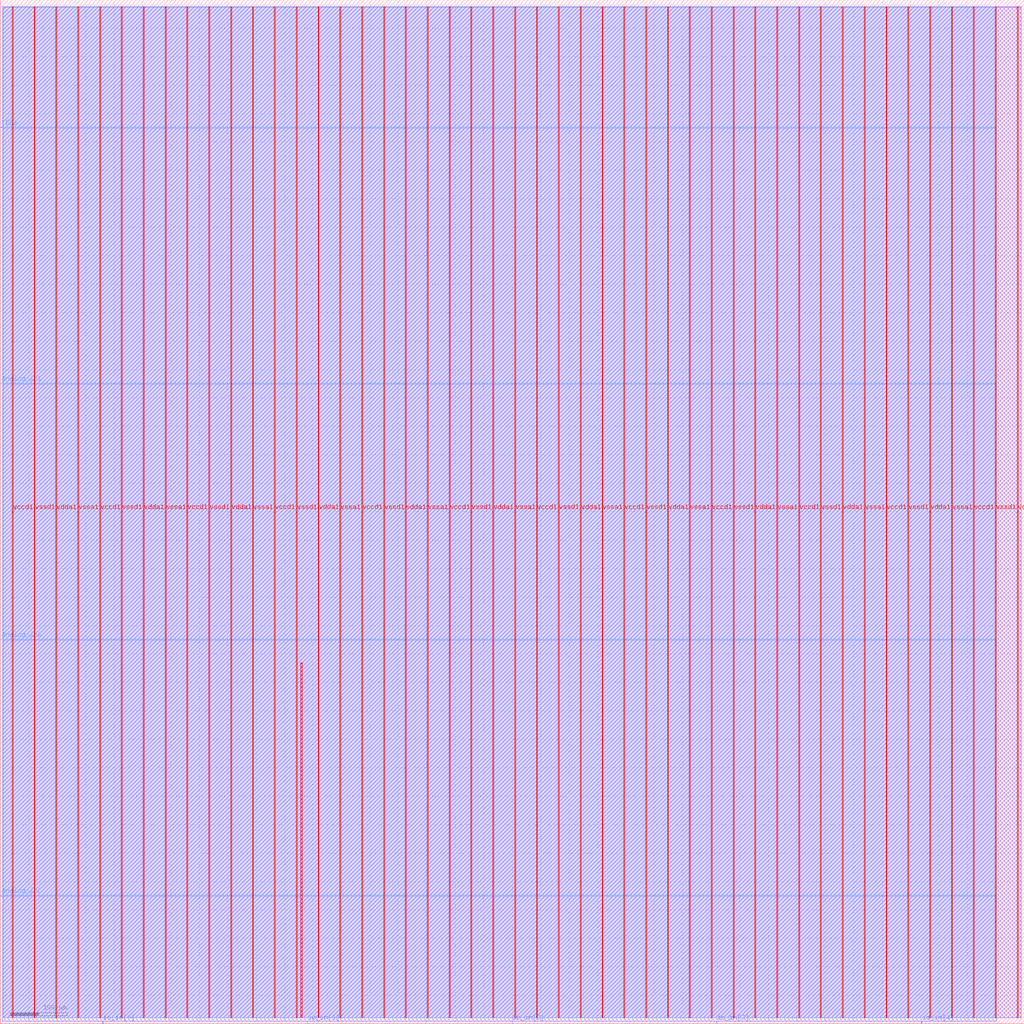
<source format=lef>
VERSION 5.7 ;
  NOWIREEXTENSIONATPIN ON ;
  DIVIDERCHAR "/" ;
  BUSBITCHARS "[]" ;
MACRO user_proj_example
  CLASS BLOCK ;
  FOREIGN user_proj_example ;
  ORIGIN 0.000 0.000 ;
  SIZE 1800.000 BY 1800.000 ;
  PIN SEL2
    DIRECTION INOUT ;
    USE SIGNAL ;
    ANTENNADIFFAREA 0.434700 ;
    PORT
      LAYER met3 ;
        RECT 0.000 1574.920 4.000 1575.520 ;
    END
  END SEL2
  PIN analog_io1
    DIRECTION INPUT ;
    USE SIGNAL ;
    ANTENNAGATEAREA 0.495000 ;
    PORT
      LAYER met3 ;
        RECT 0.000 1124.760 4.000 1125.360 ;
    END
  END analog_io1
  PIN analog_io2
    DIRECTION INOUT ;
    USE SIGNAL ;
    ANTENNADIFFAREA 0.434700 ;
    PORT
      LAYER met3 ;
        RECT 0.000 674.600 4.000 675.200 ;
    END
  END analog_io2
  PIN analog_io3
    DIRECTION INPUT ;
    USE SIGNAL ;
    ANTENNAGATEAREA 0.426000 ;
    PORT
      LAYER met3 ;
        RECT 0.000 224.440 4.000 225.040 ;
    END
  END analog_io3
  PIN io_in[0]
    DIRECTION INPUT ;
    USE SIGNAL ;
    ANTENNAGATEAREA 0.159000 ;
    PORT
      LAYER met2 ;
        RECT 180.410 0.000 180.690 4.000 ;
    END
  END io_in[0]
  PIN io_in[1]
    DIRECTION INPUT ;
    USE SIGNAL ;
    ANTENNAGATEAREA 0.247500 ;
    PORT
      LAYER met2 ;
        RECT 540.130 0.000 540.410 4.000 ;
    END
  END io_in[1]
  PIN io_in[2]
    DIRECTION INPUT ;
    USE SIGNAL ;
    ANTENNAGATEAREA 0.247500 ;
    PORT
      LAYER met2 ;
        RECT 899.850 0.000 900.130 4.000 ;
    END
  END io_in[2]
  PIN io_in[3]
    DIRECTION INPUT ;
    USE SIGNAL ;
    ANTENNAGATEAREA 0.495000 ;
    PORT
      LAYER met2 ;
        RECT 1259.570 0.000 1259.850 4.000 ;
    END
  END io_in[3]
  PIN io_in[4]
    DIRECTION INPUT ;
    USE SIGNAL ;
    ANTENNAGATEAREA 0.852000 ;
    PORT
      LAYER met2 ;
        RECT 1619.290 0.000 1619.570 4.000 ;
    END
  END io_in[4]
  PIN vccd1
    DIRECTION INOUT ;
    USE POWER ;
    PORT
      LAYER met4 ;
        RECT 21.040 10.640 22.640 1787.280 ;
    END
    PORT
      LAYER met4 ;
        RECT 174.640 10.640 176.240 1787.280 ;
    END
    PORT
      LAYER met4 ;
        RECT 328.240 10.640 329.840 1787.280 ;
    END
    PORT
      LAYER met4 ;
        RECT 481.840 10.640 483.440 1787.280 ;
    END
    PORT
      LAYER met4 ;
        RECT 635.440 10.640 637.040 1787.280 ;
    END
    PORT
      LAYER met4 ;
        RECT 789.040 10.640 790.640 1787.280 ;
    END
    PORT
      LAYER met4 ;
        RECT 942.640 10.640 944.240 1787.280 ;
    END
    PORT
      LAYER met4 ;
        RECT 1096.240 10.640 1097.840 1787.280 ;
    END
    PORT
      LAYER met4 ;
        RECT 1249.840 10.640 1251.440 1787.280 ;
    END
    PORT
      LAYER met4 ;
        RECT 1403.440 10.640 1405.040 1787.280 ;
    END
    PORT
      LAYER met4 ;
        RECT 1557.040 10.640 1558.640 1787.280 ;
    END
    PORT
      LAYER met4 ;
        RECT 1710.640 10.640 1712.240 1787.280 ;
    END
  END vccd1
  PIN vdda1
    DIRECTION INOUT ;
    USE POWER ;
    PORT
      LAYER met4 ;
        RECT 97.840 10.640 99.440 1787.280 ;
    END
    PORT
      LAYER met4 ;
        RECT 251.440 10.640 253.040 1787.280 ;
    END
    PORT
      LAYER met4 ;
        RECT 405.040 10.640 406.640 1787.280 ;
    END
    PORT
      LAYER met4 ;
        RECT 558.640 10.640 560.240 1787.280 ;
    END
    PORT
      LAYER met4 ;
        RECT 712.240 10.640 713.840 1787.280 ;
    END
    PORT
      LAYER met4 ;
        RECT 865.840 10.640 867.440 1787.280 ;
    END
    PORT
      LAYER met4 ;
        RECT 1019.440 10.640 1021.040 1787.280 ;
    END
    PORT
      LAYER met4 ;
        RECT 1173.040 10.640 1174.640 1787.280 ;
    END
    PORT
      LAYER met4 ;
        RECT 1326.640 10.640 1328.240 1787.280 ;
    END
    PORT
      LAYER met4 ;
        RECT 1480.240 10.640 1481.840 1787.280 ;
    END
    PORT
      LAYER met4 ;
        RECT 1633.840 10.640 1635.440 1787.280 ;
    END
    PORT
      LAYER met4 ;
        RECT 1787.440 10.640 1789.040 1787.280 ;
    END
  END vdda1
  PIN vssa1
    DIRECTION INOUT ;
    USE GROUND ;
    PORT
      LAYER met4 ;
        RECT 136.240 10.640 137.840 1787.280 ;
    END
    PORT
      LAYER met4 ;
        RECT 289.840 10.640 291.440 1787.280 ;
    END
    PORT
      LAYER met4 ;
        RECT 443.440 10.640 445.040 1787.280 ;
    END
    PORT
      LAYER met4 ;
        RECT 597.040 10.640 598.640 1787.280 ;
    END
    PORT
      LAYER met4 ;
        RECT 750.640 10.640 752.240 1787.280 ;
    END
    PORT
      LAYER met4 ;
        RECT 904.240 10.640 905.840 1787.280 ;
    END
    PORT
      LAYER met4 ;
        RECT 1057.840 10.640 1059.440 1787.280 ;
    END
    PORT
      LAYER met4 ;
        RECT 1211.440 10.640 1213.040 1787.280 ;
    END
    PORT
      LAYER met4 ;
        RECT 1365.040 10.640 1366.640 1787.280 ;
    END
    PORT
      LAYER met4 ;
        RECT 1518.640 10.640 1520.240 1787.280 ;
    END
    PORT
      LAYER met4 ;
        RECT 1672.240 10.640 1673.840 1787.280 ;
    END
  END vssa1
  PIN vssd1
    DIRECTION INOUT ;
    USE GROUND ;
    PORT
      LAYER met4 ;
        RECT 59.440 10.640 61.040 1787.280 ;
    END
    PORT
      LAYER met4 ;
        RECT 213.040 10.640 214.640 1787.280 ;
    END
    PORT
      LAYER met4 ;
        RECT 366.640 10.640 368.240 1787.280 ;
    END
    PORT
      LAYER met4 ;
        RECT 520.240 10.640 521.840 1787.280 ;
    END
    PORT
      LAYER met4 ;
        RECT 673.840 10.640 675.440 1787.280 ;
    END
    PORT
      LAYER met4 ;
        RECT 827.440 10.640 829.040 1787.280 ;
    END
    PORT
      LAYER met4 ;
        RECT 981.040 10.640 982.640 1787.280 ;
    END
    PORT
      LAYER met4 ;
        RECT 1134.640 10.640 1136.240 1787.280 ;
    END
    PORT
      LAYER met4 ;
        RECT 1288.240 10.640 1289.840 1787.280 ;
    END
    PORT
      LAYER met4 ;
        RECT 1441.840 10.640 1443.440 1787.280 ;
    END
    PORT
      LAYER met4 ;
        RECT 1595.440 10.640 1597.040 1787.280 ;
    END
    PORT
      LAYER met4 ;
        RECT 1749.040 10.640 1750.640 1787.280 ;
    END
  END vssd1
  OBS
      LAYER li1 ;
        RECT 5.520 10.795 1794.460 1787.125 ;
      LAYER met1 ;
        RECT 4.670 10.640 1794.460 1787.280 ;
      LAYER met2 ;
        RECT 4.690 4.280 1750.610 1787.225 ;
        RECT 4.690 4.000 180.130 4.280 ;
        RECT 180.970 4.000 539.850 4.280 ;
        RECT 540.690 4.000 899.570 4.280 ;
        RECT 900.410 4.000 1259.290 4.280 ;
        RECT 1260.130 4.000 1619.010 4.280 ;
        RECT 1619.850 4.000 1750.610 4.280 ;
      LAYER met3 ;
        RECT 4.000 1575.920 1750.630 1787.205 ;
        RECT 4.400 1574.520 1750.630 1575.920 ;
        RECT 4.000 1125.760 1750.630 1574.520 ;
        RECT 4.400 1124.360 1750.630 1125.760 ;
        RECT 4.000 675.600 1750.630 1124.360 ;
        RECT 4.400 674.200 1750.630 675.600 ;
        RECT 4.000 225.440 1750.630 674.200 ;
        RECT 4.400 224.040 1750.630 225.440 ;
        RECT 4.000 10.715 1750.630 224.040 ;
      LAYER met4 ;
        RECT 528.375 11.735 530.545 634.945 ;
  END
END user_proj_example
END LIBRARY


</source>
